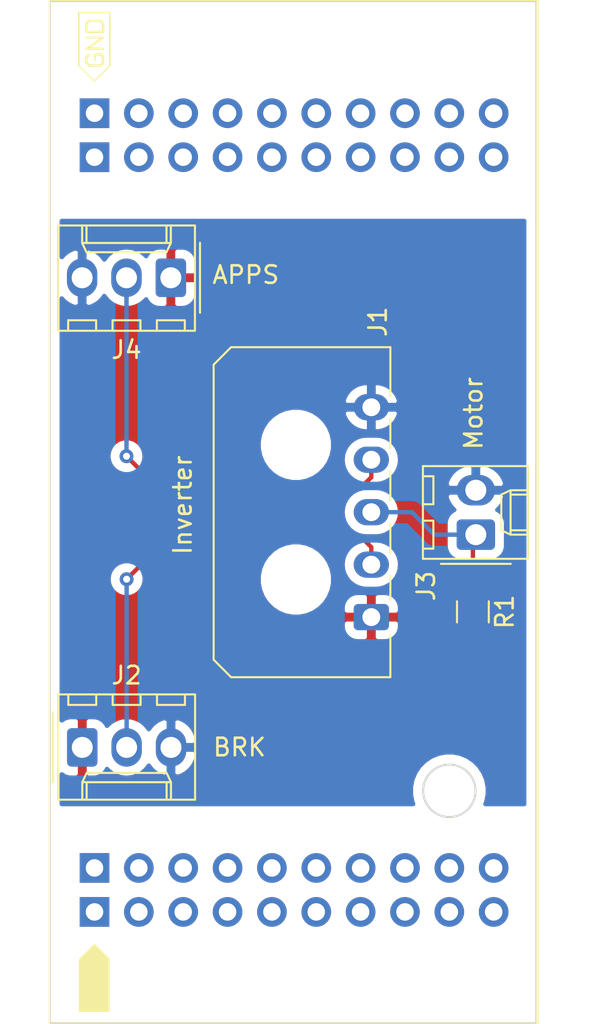
<source format=kicad_pcb>
(kicad_pcb (version 20171130) (host pcbnew "(5.1.5)-3")

  (general
    (thickness 1.6)
    (drawings 9)
    (tracks 20)
    (zones 0)
    (modules 6)
    (nets 6)
  )

  (page A4)
  (layers
    (0 F.Cu signal)
    (31 B.Cu signal)
    (32 B.Adhes user)
    (33 F.Adhes user)
    (34 B.Paste user)
    (35 F.Paste user)
    (36 B.SilkS user)
    (37 F.SilkS user)
    (38 B.Mask user)
    (39 F.Mask user)
    (40 Dwgs.User user)
    (41 Cmts.User user)
    (42 Eco1.User user)
    (43 Eco2.User user)
    (44 Edge.Cuts user)
    (45 Margin user)
    (46 B.CrtYd user)
    (47 F.CrtYd user)
    (48 B.Fab user)
    (49 F.Fab user)
  )

  (setup
    (last_trace_width 0.25)
    (trace_clearance 0.2)
    (zone_clearance 0.508)
    (zone_45_only no)
    (trace_min 0.2)
    (via_size 0.8)
    (via_drill 0.4)
    (via_min_size 0.4)
    (via_min_drill 0.3)
    (uvia_size 0.3)
    (uvia_drill 0.1)
    (uvias_allowed no)
    (uvia_min_size 0.2)
    (uvia_min_drill 0.1)
    (edge_width 0.05)
    (segment_width 0.2)
    (pcb_text_width 0.3)
    (pcb_text_size 1.5 1.5)
    (mod_edge_width 0.12)
    (mod_text_size 1 1)
    (mod_text_width 0.15)
    (pad_size 1.524 1.524)
    (pad_drill 0.762)
    (pad_to_mask_clearance 0.051)
    (solder_mask_min_width 0.25)
    (aux_axis_origin 0 0)
    (visible_elements 7FFFFFFF)
    (pcbplotparams
      (layerselection 0x010fc_ffffffff)
      (usegerberextensions false)
      (usegerberattributes false)
      (usegerberadvancedattributes false)
      (creategerberjobfile false)
      (excludeedgelayer true)
      (linewidth 0.100000)
      (plotframeref false)
      (viasonmask false)
      (mode 1)
      (useauxorigin false)
      (hpglpennumber 1)
      (hpglpenspeed 20)
      (hpglpendiameter 15.000000)
      (psnegative false)
      (psa4output false)
      (plotreference true)
      (plotvalue true)
      (plotinvisibletext false)
      (padsonsilk false)
      (subtractmaskfromsilk false)
      (outputformat 1)
      (mirror false)
      (drillshape 0)
      (scaleselection 1)
      (outputdirectory "Gerber Files/"))
  )

  (net 0 "")
  (net 1 +5V)
  (net 2 BRK)
  (net 3 Therm+)
  (net 4 APPS)
  (net 5 GNDA)

  (net_class Default "This is the default net class."
    (clearance 0.2)
    (trace_width 0.25)
    (via_dia 0.8)
    (via_drill 0.4)
    (uvia_dia 0.3)
    (uvia_drill 0.1)
    (add_net +5V)
    (add_net APPS)
    (add_net BRK)
    (add_net GNDA)
    (add_net Therm+)
  )

  (module Connector_Molex:Molex_KK-254_AE-6410-03A_1x03_P2.54mm_Vertical (layer F.Cu) (tedit 5B78013E) (tstamp 5F3B8F1A)
    (at 137.10412 87.19058 180)
    (descr "Molex KK-254 Interconnect System, old/engineering part number: AE-6410-03A example for new part number: 22-27-2031, 3 Pins (http://www.molex.com/pdm_docs/sd/022272021_sd.pdf), generated with kicad-footprint-generator")
    (tags "connector Molex KK-254 side entry")
    (path /5F3BA91F)
    (fp_text reference J4 (at 2.54 -4.12) (layer F.SilkS)
      (effects (font (size 1 1) (thickness 0.15)))
    )
    (fp_text value "Accelerator Sensor" (at 2.54 4.08) (layer F.Fab)
      (effects (font (size 1 1) (thickness 0.15)))
    )
    (fp_text user %R (at 2.54 -2.22) (layer F.Fab)
      (effects (font (size 1 1) (thickness 0.15)))
    )
    (fp_line (start 6.85 -3.42) (end -1.77 -3.42) (layer F.CrtYd) (width 0.05))
    (fp_line (start 6.85 3.38) (end 6.85 -3.42) (layer F.CrtYd) (width 0.05))
    (fp_line (start -1.77 3.38) (end 6.85 3.38) (layer F.CrtYd) (width 0.05))
    (fp_line (start -1.77 -3.42) (end -1.77 3.38) (layer F.CrtYd) (width 0.05))
    (fp_line (start 5.88 -2.43) (end 5.88 -3.03) (layer F.SilkS) (width 0.12))
    (fp_line (start 4.28 -2.43) (end 5.88 -2.43) (layer F.SilkS) (width 0.12))
    (fp_line (start 4.28 -3.03) (end 4.28 -2.43) (layer F.SilkS) (width 0.12))
    (fp_line (start 3.34 -2.43) (end 3.34 -3.03) (layer F.SilkS) (width 0.12))
    (fp_line (start 1.74 -2.43) (end 3.34 -2.43) (layer F.SilkS) (width 0.12))
    (fp_line (start 1.74 -3.03) (end 1.74 -2.43) (layer F.SilkS) (width 0.12))
    (fp_line (start 0.8 -2.43) (end 0.8 -3.03) (layer F.SilkS) (width 0.12))
    (fp_line (start -0.8 -2.43) (end 0.8 -2.43) (layer F.SilkS) (width 0.12))
    (fp_line (start -0.8 -3.03) (end -0.8 -2.43) (layer F.SilkS) (width 0.12))
    (fp_line (start 4.83 2.99) (end 4.83 1.99) (layer F.SilkS) (width 0.12))
    (fp_line (start 0.25 2.99) (end 0.25 1.99) (layer F.SilkS) (width 0.12))
    (fp_line (start 4.83 1.46) (end 5.08 1.99) (layer F.SilkS) (width 0.12))
    (fp_line (start 0.25 1.46) (end 4.83 1.46) (layer F.SilkS) (width 0.12))
    (fp_line (start 0 1.99) (end 0.25 1.46) (layer F.SilkS) (width 0.12))
    (fp_line (start 5.08 1.99) (end 5.08 2.99) (layer F.SilkS) (width 0.12))
    (fp_line (start 0 1.99) (end 5.08 1.99) (layer F.SilkS) (width 0.12))
    (fp_line (start 0 2.99) (end 0 1.99) (layer F.SilkS) (width 0.12))
    (fp_line (start -0.562893 0) (end -1.27 0.5) (layer F.Fab) (width 0.1))
    (fp_line (start -1.27 -0.5) (end -0.562893 0) (layer F.Fab) (width 0.1))
    (fp_line (start -1.67 -2) (end -1.67 2) (layer F.SilkS) (width 0.12))
    (fp_line (start 6.46 -3.03) (end -1.38 -3.03) (layer F.SilkS) (width 0.12))
    (fp_line (start 6.46 2.99) (end 6.46 -3.03) (layer F.SilkS) (width 0.12))
    (fp_line (start -1.38 2.99) (end 6.46 2.99) (layer F.SilkS) (width 0.12))
    (fp_line (start -1.38 -3.03) (end -1.38 2.99) (layer F.SilkS) (width 0.12))
    (fp_line (start 6.35 -2.92) (end -1.27 -2.92) (layer F.Fab) (width 0.1))
    (fp_line (start 6.35 2.88) (end 6.35 -2.92) (layer F.Fab) (width 0.1))
    (fp_line (start -1.27 2.88) (end 6.35 2.88) (layer F.Fab) (width 0.1))
    (fp_line (start -1.27 -2.92) (end -1.27 2.88) (layer F.Fab) (width 0.1))
    (pad 3 thru_hole oval (at 5.08 0 180) (size 1.74 2.2) (drill 1.2) (layers *.Cu *.Mask)
      (net 5 GNDA))
    (pad 2 thru_hole oval (at 2.54 0 180) (size 1.74 2.2) (drill 1.2) (layers *.Cu *.Mask)
      (net 4 APPS))
    (pad 1 thru_hole roundrect (at 0 0 180) (size 1.74 2.2) (drill 1.2) (layers *.Cu *.Mask) (roundrect_rratio 0.143678)
      (net 1 +5V))
    (model ${KISYS3DMOD}/Connector_Molex.3dshapes/Molex_KK-254_AE-6410-03A_1x03_P2.54mm_Vertical.wrl
      (at (xyz 0 0 0))
      (scale (xyz 1 1 1))
      (rotate (xyz 0 0 0))
    )
    (model "${KIPRJMOD}/3D models/022012031.stp"
      (offset (xyz 2.5 3.5 3.2))
      (scale (xyz 1 1 1))
      (rotate (xyz 0 180 180))
    )
  )

  (module Connector_Molex:Molex_KK-254_AE-6410-02A_1x02_P2.54mm_Vertical (layer F.Cu) (tedit 5B78013E) (tstamp 5F3B8EFC)
    (at 154.56916 101.8794 90)
    (descr "Molex KK-254 Interconnect System, old/engineering part number: AE-6410-02A example for new part number: 22-27-2021, 2 Pins (http://www.molex.com/pdm_docs/sd/022272021_sd.pdf), generated with kicad-footprint-generator")
    (tags "connector Molex KK-254 side entry")
    (path /5F3B0CED)
    (fp_text reference J3 (at -2.93624 -2.85242 90) (layer F.SilkS)
      (effects (font (size 1 1) (thickness 0.15)))
    )
    (fp_text value Motor (at 1.27 4.08 90) (layer F.Fab)
      (effects (font (size 1 1) (thickness 0.15)))
    )
    (fp_text user %R (at 1.27 -2.22 90) (layer F.Fab)
      (effects (font (size 1 1) (thickness 0.15)))
    )
    (fp_line (start 4.31 -3.42) (end -1.77 -3.42) (layer F.CrtYd) (width 0.05))
    (fp_line (start 4.31 3.38) (end 4.31 -3.42) (layer F.CrtYd) (width 0.05))
    (fp_line (start -1.77 3.38) (end 4.31 3.38) (layer F.CrtYd) (width 0.05))
    (fp_line (start -1.77 -3.42) (end -1.77 3.38) (layer F.CrtYd) (width 0.05))
    (fp_line (start 3.34 -2.43) (end 3.34 -3.03) (layer F.SilkS) (width 0.12))
    (fp_line (start 1.74 -2.43) (end 3.34 -2.43) (layer F.SilkS) (width 0.12))
    (fp_line (start 1.74 -3.03) (end 1.74 -2.43) (layer F.SilkS) (width 0.12))
    (fp_line (start 0.8 -2.43) (end 0.8 -3.03) (layer F.SilkS) (width 0.12))
    (fp_line (start -0.8 -2.43) (end 0.8 -2.43) (layer F.SilkS) (width 0.12))
    (fp_line (start -0.8 -3.03) (end -0.8 -2.43) (layer F.SilkS) (width 0.12))
    (fp_line (start 2.29 2.99) (end 2.29 1.99) (layer F.SilkS) (width 0.12))
    (fp_line (start 0.25 2.99) (end 0.25 1.99) (layer F.SilkS) (width 0.12))
    (fp_line (start 2.29 1.46) (end 2.54 1.99) (layer F.SilkS) (width 0.12))
    (fp_line (start 0.25 1.46) (end 2.29 1.46) (layer F.SilkS) (width 0.12))
    (fp_line (start 0 1.99) (end 0.25 1.46) (layer F.SilkS) (width 0.12))
    (fp_line (start 2.54 1.99) (end 2.54 2.99) (layer F.SilkS) (width 0.12))
    (fp_line (start 0 1.99) (end 2.54 1.99) (layer F.SilkS) (width 0.12))
    (fp_line (start 0 2.99) (end 0 1.99) (layer F.SilkS) (width 0.12))
    (fp_line (start -0.562893 0) (end -1.27 0.5) (layer F.Fab) (width 0.1))
    (fp_line (start -1.27 -0.5) (end -0.562893 0) (layer F.Fab) (width 0.1))
    (fp_line (start -1.67 -2) (end -1.67 2) (layer F.SilkS) (width 0.12))
    (fp_line (start 3.92 -3.03) (end -1.38 -3.03) (layer F.SilkS) (width 0.12))
    (fp_line (start 3.92 2.99) (end 3.92 -3.03) (layer F.SilkS) (width 0.12))
    (fp_line (start -1.38 2.99) (end 3.92 2.99) (layer F.SilkS) (width 0.12))
    (fp_line (start -1.38 -3.03) (end -1.38 2.99) (layer F.SilkS) (width 0.12))
    (fp_line (start 3.81 -2.92) (end -1.27 -2.92) (layer F.Fab) (width 0.1))
    (fp_line (start 3.81 2.88) (end 3.81 -2.92) (layer F.Fab) (width 0.1))
    (fp_line (start -1.27 2.88) (end 3.81 2.88) (layer F.Fab) (width 0.1))
    (fp_line (start -1.27 -2.92) (end -1.27 2.88) (layer F.Fab) (width 0.1))
    (pad 2 thru_hole oval (at 2.54 0 90) (size 1.74 2.2) (drill 1.2) (layers *.Cu *.Mask)
      (net 5 GNDA))
    (pad 1 thru_hole roundrect (at 0 0 90) (size 1.74 2.2) (drill 1.2) (layers *.Cu *.Mask) (roundrect_rratio 0.143678)
      (net 3 Therm+))
    (model ${KISYS3DMOD}/Connector_Molex.3dshapes/Molex_KK-254_AE-6410-02A_1x02_P2.54mm_Vertical.wrl
      (at (xyz 0 0 0))
      (scale (xyz 1 1 1))
      (rotate (xyz 0 0 0))
    )
    (model "${KIPRJMOD}/3D models/022012021.stp"
      (offset (xyz 1.2 3.5 3.2))
      (scale (xyz 1 1 1))
      (rotate (xyz 0 180 180))
    )
  )

  (module Connector_Molex:Molex_KK-254_AE-6410-03A_1x03_P2.54mm_Vertical (layer F.Cu) (tedit 5B78013E) (tstamp 5F3B8EE0)
    (at 132.03174 114.04346)
    (descr "Molex KK-254 Interconnect System, old/engineering part number: AE-6410-03A example for new part number: 22-27-2031, 3 Pins (http://www.molex.com/pdm_docs/sd/022272021_sd.pdf), generated with kicad-footprint-generator")
    (tags "connector Molex KK-254 side entry")
    (path /5F3AFA05)
    (fp_text reference J2 (at 2.54 -4.12) (layer F.SilkS)
      (effects (font (size 1 1) (thickness 0.15)))
    )
    (fp_text value "Brake Sensor" (at 2.54 4.08) (layer F.Fab)
      (effects (font (size 1 1) (thickness 0.15)))
    )
    (fp_text user %R (at 2.54 -2.22) (layer F.Fab)
      (effects (font (size 1 1) (thickness 0.15)))
    )
    (fp_line (start 6.85 -3.42) (end -1.77 -3.42) (layer F.CrtYd) (width 0.05))
    (fp_line (start 6.85 3.38) (end 6.85 -3.42) (layer F.CrtYd) (width 0.05))
    (fp_line (start -1.77 3.38) (end 6.85 3.38) (layer F.CrtYd) (width 0.05))
    (fp_line (start -1.77 -3.42) (end -1.77 3.38) (layer F.CrtYd) (width 0.05))
    (fp_line (start 5.88 -2.43) (end 5.88 -3.03) (layer F.SilkS) (width 0.12))
    (fp_line (start 4.28 -2.43) (end 5.88 -2.43) (layer F.SilkS) (width 0.12))
    (fp_line (start 4.28 -3.03) (end 4.28 -2.43) (layer F.SilkS) (width 0.12))
    (fp_line (start 3.34 -2.43) (end 3.34 -3.03) (layer F.SilkS) (width 0.12))
    (fp_line (start 1.74 -2.43) (end 3.34 -2.43) (layer F.SilkS) (width 0.12))
    (fp_line (start 1.74 -3.03) (end 1.74 -2.43) (layer F.SilkS) (width 0.12))
    (fp_line (start 0.8 -2.43) (end 0.8 -3.03) (layer F.SilkS) (width 0.12))
    (fp_line (start -0.8 -2.43) (end 0.8 -2.43) (layer F.SilkS) (width 0.12))
    (fp_line (start -0.8 -3.03) (end -0.8 -2.43) (layer F.SilkS) (width 0.12))
    (fp_line (start 4.83 2.99) (end 4.83 1.99) (layer F.SilkS) (width 0.12))
    (fp_line (start 0.25 2.99) (end 0.25 1.99) (layer F.SilkS) (width 0.12))
    (fp_line (start 4.83 1.46) (end 5.08 1.99) (layer F.SilkS) (width 0.12))
    (fp_line (start 0.25 1.46) (end 4.83 1.46) (layer F.SilkS) (width 0.12))
    (fp_line (start 0 1.99) (end 0.25 1.46) (layer F.SilkS) (width 0.12))
    (fp_line (start 5.08 1.99) (end 5.08 2.99) (layer F.SilkS) (width 0.12))
    (fp_line (start 0 1.99) (end 5.08 1.99) (layer F.SilkS) (width 0.12))
    (fp_line (start 0 2.99) (end 0 1.99) (layer F.SilkS) (width 0.12))
    (fp_line (start -0.562893 0) (end -1.27 0.5) (layer F.Fab) (width 0.1))
    (fp_line (start -1.27 -0.5) (end -0.562893 0) (layer F.Fab) (width 0.1))
    (fp_line (start -1.67 -2) (end -1.67 2) (layer F.SilkS) (width 0.12))
    (fp_line (start 6.46 -3.03) (end -1.38 -3.03) (layer F.SilkS) (width 0.12))
    (fp_line (start 6.46 2.99) (end 6.46 -3.03) (layer F.SilkS) (width 0.12))
    (fp_line (start -1.38 2.99) (end 6.46 2.99) (layer F.SilkS) (width 0.12))
    (fp_line (start -1.38 -3.03) (end -1.38 2.99) (layer F.SilkS) (width 0.12))
    (fp_line (start 6.35 -2.92) (end -1.27 -2.92) (layer F.Fab) (width 0.1))
    (fp_line (start 6.35 2.88) (end 6.35 -2.92) (layer F.Fab) (width 0.1))
    (fp_line (start -1.27 2.88) (end 6.35 2.88) (layer F.Fab) (width 0.1))
    (fp_line (start -1.27 -2.92) (end -1.27 2.88) (layer F.Fab) (width 0.1))
    (pad 3 thru_hole oval (at 5.08 0) (size 1.74 2.2) (drill 1.2) (layers *.Cu *.Mask)
      (net 5 GNDA))
    (pad 2 thru_hole oval (at 2.54 0) (size 1.74 2.2) (drill 1.2) (layers *.Cu *.Mask)
      (net 2 BRK))
    (pad 1 thru_hole roundrect (at 0 0) (size 1.74 2.2) (drill 1.2) (layers *.Cu *.Mask) (roundrect_rratio 0.143678)
      (net 1 +5V))
    (model ${KISYS3DMOD}/Connector_Molex.3dshapes/Molex_KK-254_AE-6410-03A_1x03_P2.54mm_Vertical.wrl
      (at (xyz 0 0 0))
      (scale (xyz 1 1 1))
      (rotate (xyz 0 0 0))
    )
    (model "${KIPRJMOD}/3D models/022012031.stp"
      (offset (xyz 2.5 3.5 3.2))
      (scale (xyz 1 1 1))
      (rotate (xyz 0 180 180))
    )
  )

  (module Connector_Molex:Molex_Micro-Fit_3.0_43650-0500_1x05_P3.00mm_Horizontal (layer F.Cu) (tedit 5B79A392) (tstamp 5F3B8EC2)
    (at 148.58492 106.59364 90)
    (descr "Molex Micro-Fit 3.0 Connector System, 43650-0500 (compatible alternatives: 43650-0501, 43650-0502), 5 Pins per row (https://www.molex.com/pdm_docs/sd/436500300_sd.pdf), generated with kicad-footprint-generator")
    (tags "connector Molex Micro-Fit_3.0 top entry")
    (path /5F3B1B6C)
    (fp_text reference J1 (at 16.88846 0.3683 90) (layer F.SilkS)
      (effects (font (size 1 1) (thickness 0.15)))
    )
    (fp_text value Inverter (at 6 3.22 90) (layer F.Fab)
      (effects (font (size 1 1) (thickness 0.15)))
    )
    (fp_line (start -3.325 0.98) (end -3.325 -7.92) (layer F.Fab) (width 0.1))
    (fp_line (start -3.325 -7.92) (end -2.325 -8.92) (layer F.Fab) (width 0.1))
    (fp_line (start -2.325 -8.92) (end 14.325 -8.92) (layer F.Fab) (width 0.1))
    (fp_line (start 14.325 -8.92) (end 15.325 -7.92) (layer F.Fab) (width 0.1))
    (fp_line (start 15.325 -7.92) (end 15.325 0.98) (layer F.Fab) (width 0.1))
    (fp_line (start 15.325 0.98) (end -3.325 0.98) (layer F.Fab) (width 0.1))
    (fp_line (start -0.75 0.98) (end 0 0) (layer F.Fab) (width 0.1))
    (fp_line (start 0 0) (end 0.75 0.98) (layer F.Fab) (width 0.1))
    (fp_line (start -3.435 1.09) (end -3.435 -8.03) (layer F.SilkS) (width 0.12))
    (fp_line (start -3.435 -8.03) (end -2.435 -9.03) (layer F.SilkS) (width 0.12))
    (fp_line (start -2.435 -9.03) (end 14.435 -9.03) (layer F.SilkS) (width 0.12))
    (fp_line (start 14.435 -9.03) (end 15.435 -8.03) (layer F.SilkS) (width 0.12))
    (fp_line (start 15.435 -8.03) (end 15.435 1.09) (layer F.SilkS) (width 0.12))
    (fp_line (start -3.435 1.09) (end -1.01 1.09) (layer F.SilkS) (width 0.12))
    (fp_line (start 15.435 1.09) (end 12.651767 1.09) (layer F.SilkS) (width 0.12))
    (fp_line (start 1.01 1.09) (end 2.348233 1.09) (layer F.SilkS) (width 0.12))
    (fp_line (start 3.651767 1.09) (end 5.348233 1.09) (layer F.SilkS) (width 0.12))
    (fp_line (start 6.651767 1.09) (end 8.348233 1.09) (layer F.SilkS) (width 0.12))
    (fp_line (start 9.651767 1.09) (end 11.348233 1.09) (layer F.SilkS) (width 0.12))
    (fp_line (start -3.82 1.48) (end -3.82 -9.42) (layer F.CrtYd) (width 0.05))
    (fp_line (start -3.82 -9.42) (end 15.82 -9.42) (layer F.CrtYd) (width 0.05))
    (fp_line (start 15.82 -9.42) (end 15.82 1.48) (layer F.CrtYd) (width 0.05))
    (fp_line (start 15.82 1.48) (end -3.82 1.48) (layer F.CrtYd) (width 0.05))
    (fp_text user %R (at 6 -8.22 90) (layer F.Fab)
      (effects (font (size 1 1) (thickness 0.15)))
    )
    (pad "" np_thru_hole circle (at 2.15 -4.32 90) (size 3 3) (drill 3) (layers *.Cu *.Mask))
    (pad "" np_thru_hole circle (at 9.85 -4.32 90) (size 3 3) (drill 3) (layers *.Cu *.Mask))
    (pad 1 thru_hole roundrect (at 0 0 90) (size 1.5 2.02) (drill 1.02) (layers *.Cu *.Mask) (roundrect_rratio 0.166667)
      (net 1 +5V))
    (pad 2 thru_hole oval (at 3 0 90) (size 1.5 2.02) (drill 1.02) (layers *.Cu *.Mask)
      (net 2 BRK))
    (pad 3 thru_hole oval (at 6 0 90) (size 1.5 2.02) (drill 1.02) (layers *.Cu *.Mask)
      (net 3 Therm+))
    (pad 4 thru_hole oval (at 9 0 90) (size 1.5 2.02) (drill 1.02) (layers *.Cu *.Mask)
      (net 4 APPS))
    (pad 5 thru_hole oval (at 12 0 90) (size 1.5 2.02) (drill 1.02) (layers *.Cu *.Mask)
      (net 5 GNDA))
    (model ${KISYS3DMOD}/Connector_Molex.3dshapes/Molex_Micro-Fit_3.0_43650-0500_1x05_P3.00mm_Horizontal.wrl
      (at (xyz 0 0 0))
      (scale (xyz 1 1 1))
      (rotate (xyz 0 0 0))
    )
    (model "${KIPRJMOD}/3D models/436500500.stp"
      (offset (xyz 6 4 2.5))
      (scale (xyz 1 1 1))
      (rotate (xyz -90 0 180))
    )
    (model "${KIPRJMOD}/3D models/436450500.stp"
      (offset (xyz 6 13 2.5))
      (scale (xyz 1 1 1))
      (rotate (xyz 0 0 0))
    )
  )

  (module Resistor_SMD:R_1206_3216Metric (layer F.Cu) (tedit 5B301BBD) (tstamp 5F3B8F2B)
    (at 154.40152 106.29392 270)
    (descr "Resistor SMD 1206 (3216 Metric), square (rectangular) end terminal, IPC_7351 nominal, (Body size source: http://www.tortai-tech.com/upload/download/2011102023233369053.pdf), generated with kicad-footprint-generator")
    (tags resistor)
    (path /5F3AF578)
    (attr smd)
    (fp_text reference R1 (at 0 -1.82 90) (layer F.SilkS)
      (effects (font (size 1 1) (thickness 0.15)))
    )
    (fp_text value 330k (at 0 1.82 90) (layer F.Fab)
      (effects (font (size 1 1) (thickness 0.15)))
    )
    (fp_line (start -1.6 0.8) (end -1.6 -0.8) (layer F.Fab) (width 0.1))
    (fp_line (start -1.6 -0.8) (end 1.6 -0.8) (layer F.Fab) (width 0.1))
    (fp_line (start 1.6 -0.8) (end 1.6 0.8) (layer F.Fab) (width 0.1))
    (fp_line (start 1.6 0.8) (end -1.6 0.8) (layer F.Fab) (width 0.1))
    (fp_line (start -0.602064 -0.91) (end 0.602064 -0.91) (layer F.SilkS) (width 0.12))
    (fp_line (start -0.602064 0.91) (end 0.602064 0.91) (layer F.SilkS) (width 0.12))
    (fp_line (start -2.28 1.12) (end -2.28 -1.12) (layer F.CrtYd) (width 0.05))
    (fp_line (start -2.28 -1.12) (end 2.28 -1.12) (layer F.CrtYd) (width 0.05))
    (fp_line (start 2.28 -1.12) (end 2.28 1.12) (layer F.CrtYd) (width 0.05))
    (fp_line (start 2.28 1.12) (end -2.28 1.12) (layer F.CrtYd) (width 0.05))
    (fp_text user %R (at 0 0 90) (layer F.Fab)
      (effects (font (size 0.8 0.8) (thickness 0.12)))
    )
    (pad 1 smd roundrect (at -1.4 0 270) (size 1.25 1.75) (layers F.Cu F.Paste F.Mask) (roundrect_rratio 0.2)
      (net 3 Therm+))
    (pad 2 smd roundrect (at 1.4 0 270) (size 1.25 1.75) (layers F.Cu F.Paste F.Mask) (roundrect_rratio 0.2)
      (net 1 +5V))
    (model ${KISYS3DMOD}/Resistor_SMD.3dshapes/R_1206_3216Metric.wrl
      (at (xyz 0 0 0))
      (scale (xyz 1 1 1))
      (rotate (xyz 0 0 0))
    )
  )

  (module C2000BoosterPack_Shield:C2000BoosterPack_Shield (layer F.Cu) (tedit 5F3B1D88) (tstamp 5F3B8F72)
    (at 143.260121 101.517761)
    (path /5F3B220A)
    (fp_text reference U1 (at -2.9591 -0.18796) (layer F.SilkS) hide
      (effects (font (size 1.524 1.524) (thickness 0.3)))
    )
    (fp_text value C2000BoosterPack_Shield (at 3.3655 0.01016) (layer F.SilkS) hide
      (effects (font (size 1.524 1.524) (thickness 0.3)))
    )
    (fp_line (start -11.7983 -19.9517) (end -11.7983 -21.8567) (layer F.Fab) (width 0.1))
    (fp_line (start 13.6017 -22.4917) (end 13.6017 -19.9517) (layer F.Fab) (width 0.1))
    (fp_line (start 13.6017 -19.9517) (end -11.7983 -19.9517) (layer F.Fab) (width 0.1))
    (fp_line (start -11.7983 -24.3713) (end -11.1633 -25.0063) (layer F.Fab) (width 0.1))
    (fp_line (start -11.7983 -21.7805) (end -11.7983 -24.3713) (layer F.Fab) (width 0.1))
    (fp_line (start -11.1633 -25.0063) (end 13.6017 -25.0063) (layer F.Fab) (width 0.1))
    (fp_line (start 13.6017 -25.0063) (end 13.6017 -22.4663) (layer F.Fab) (width 0.1))
    (fp_text user %R (at 0.9017 -21.2217 180) (layer F.Fab)
      (effects (font (size 1 1) (thickness 0.15)))
    )
    (fp_text user %R (at 0.9017 -23.7363 180) (layer F.Fab)
      (effects (font (size 1 1) (thickness 0.15)))
    )
    (fp_line (start -11.7983 23.2029) (end -11.7983 21.2979) (layer F.Fab) (width 0.1))
    (fp_line (start 13.6017 20.6629) (end 13.6017 23.2029) (layer F.Fab) (width 0.1))
    (fp_line (start 13.6017 23.2029) (end -11.7983 23.2029) (layer F.Fab) (width 0.1))
    (fp_line (start -11.7983 18.7833) (end -11.1633 18.1483) (layer F.Fab) (width 0.1))
    (fp_line (start -11.7983 21.3741) (end -11.7983 18.7833) (layer F.Fab) (width 0.1))
    (fp_line (start -11.1633 18.1483) (end 13.6017 18.1483) (layer F.Fab) (width 0.1))
    (fp_line (start 13.6017 18.1483) (end 13.6017 20.6883) (layer F.Fab) (width 0.1))
    (fp_text user %R (at 0.9017 21.9329 180) (layer F.Fab)
      (effects (font (size 1 1) (thickness 0.15)))
    )
    (fp_text user %R (at 0.9017 19.4183 180) (layer F.Fab)
      (effects (font (size 1 1) (thickness 0.15)))
    )
    (fp_poly (pts (xy -9.61248 -26.438216) (xy -10.064133 -25.987032) (xy -10.185381 -25.866783) (xy -10.296134 -25.758605)
      (xy -10.391687 -25.666961) (xy -10.467333 -25.596315) (xy -10.518366 -25.551129) (xy -10.539868 -25.535848)
      (xy -10.562659 -25.552237) (xy -10.614575 -25.598427) (xy -10.690915 -25.66995) (xy -10.786977 -25.762337)
      (xy -10.898059 -25.87112) (xy -11.015134 -25.987501) (xy -11.466319 -26.439155) (xy -11.466319 -29.460208)
      (xy -11.394091 -29.460208) (xy -11.394091 -26.465886) (xy -10.979683 -26.049019) (xy -10.863786 -25.933412)
      (xy -10.758365 -25.830117) (xy -10.668343 -25.743805) (xy -10.598642 -25.67915) (xy -10.554183 -25.640822)
      (xy -10.54055 -25.632151) (xy -10.51732 -25.648502) (xy -10.465189 -25.694448) (xy -10.389098 -25.765332)
      (xy -10.293988 -25.856496) (xy -10.1848 -25.963282) (xy -10.100266 -26.047201) (xy -9.684707 -26.462251)
      (xy -9.684707 -29.460208) (xy -11.394091 -29.460208) (xy -11.466319 -29.460208) (xy -11.466319 -29.532435)
      (xy -9.61248 -29.532435) (xy -9.61248 -26.438216)) (layer F.SilkS) (width 0.01))
    (fp_poly (pts (xy -10.249148 -27.15496) (xy -10.188568 -27.147781) (xy -10.144271 -27.129208) (xy -10.100323 -27.093833)
      (xy -10.068615 -27.063388) (xy -9.973617 -26.970625) (xy -9.973617 -26.775753) (xy -9.974455 -26.678622)
      (xy -9.980001 -26.615393) (xy -9.994804 -26.57182) (xy -10.023413 -26.533654) (xy -10.063902 -26.492952)
      (xy -10.154186 -26.405023) (xy -10.498589 -26.397781) (xy -10.842992 -26.39054) (xy -10.950011 -26.491711)
      (xy -11.057029 -26.592882) (xy -11.05624 -26.780621) (xy -11.05545 -26.96836) (xy -10.947184 -27.060946)
      (xy -10.879528 -27.111642) (xy -10.825807 -27.138488) (xy -10.803518 -27.139948) (xy -10.774085 -27.118846)
      (xy -10.775899 -27.084991) (xy -10.811108 -27.031514) (xy -10.852385 -26.983568) (xy -10.904838 -26.918109)
      (xy -10.929733 -26.859396) (xy -10.936588 -26.783452) (xy -10.93665 -26.77132) (xy -10.931349 -26.690186)
      (xy -10.910137 -26.634891) (xy -10.869124 -26.587651) (xy -10.839179 -26.560799) (xy -10.809193 -26.54264)
      (xy -10.769479 -26.531475) (xy -10.710348 -26.525605) (xy -10.622113 -26.523332) (xy -10.500146 -26.522957)
      (xy -10.373985 -26.523497) (xy -10.286651 -26.526095) (xy -10.228822 -26.53222) (xy -10.191176 -26.54334)
      (xy -10.164392 -26.560922) (xy -10.146345 -26.578679) (xy -10.115021 -26.622996) (xy -10.09898 -26.680806)
      (xy -10.094041 -26.768279) (xy -10.093996 -26.781184) (xy -10.096249 -26.865472) (xy -10.107063 -26.91861)
      (xy -10.132518 -26.957534) (xy -10.169524 -26.991518) (xy -10.237312 -27.036057) (xy -10.309401 -27.049153)
      (xy -10.344074 -27.047829) (xy -10.443096 -27.040587) (xy -10.450295 -26.888905) (xy -10.458739 -26.795471)
      (xy -10.474425 -26.742228) (xy -10.494858 -26.722885) (xy -10.538086 -26.727439) (xy -10.553498 -26.74215)
      (xy -10.566086 -26.78565) (xy -10.573183 -26.857677) (xy -10.574999 -26.943496) (xy -10.571741 -27.028374)
      (xy -10.563616 -27.097574) (xy -10.550834 -27.136363) (xy -10.547893 -27.139081) (xy -10.51156 -27.147415)
      (xy -10.441497 -27.153494) (xy -10.352115 -27.156124) (xy -10.341943 -27.156151) (xy -10.249148 -27.15496)) (layer F.SilkS) (width 0.01))
    (fp_poly (pts (xy -10.156235 -28.114438) (xy -10.052224 -28.107258) (xy -9.99311 -28.091471) (xy -9.977809 -28.064283)
      (xy -10.005235 -28.022897) (xy -10.074303 -27.964519) (xy -10.18393 -27.886354) (xy -10.333029 -27.785606)
      (xy -10.366951 -27.762862) (xy -10.761913 -27.498028) (xy -10.373784 -27.48599) (xy -10.2292 -27.481272)
      (xy -10.125693 -27.476721) (xy -10.056204 -27.471155) (xy -10.013679 -27.463395) (xy -9.99106 -27.452261)
      (xy -9.981291 -27.436571) (xy -9.977962 -27.419781) (xy -9.970268 -27.365611) (xy -10.502367 -27.365611)
      (xy -10.678484 -27.366007) (xy -10.812261 -27.367457) (xy -10.909505 -27.370357) (xy -10.976021 -27.375102)
      (xy -11.017616 -27.382086) (xy -11.040098 -27.391704) (xy -11.048721 -27.402763) (xy -11.05655 -27.439441)
      (xy -11.053985 -27.448339) (xy -11.032139 -27.463662) (xy -10.976338 -27.501581) (xy -10.89269 -27.55798)
      (xy -10.787303 -27.628743) (xy -10.666285 -27.709755) (xy -10.635702 -27.730192) (xy -10.226413 -28.00362)
      (xy -10.623083 -28.010262) (xy -10.791025 -28.014551) (xy -10.914626 -28.021466) (xy -10.997654 -28.031688)
      (xy -11.043881 -28.0459) (xy -11.057077 -28.064784) (xy -11.043788 -28.086378) (xy -11.0139 -28.09327)
      (xy -10.943228 -28.099802) (xy -10.839138 -28.105595) (xy -10.708997 -28.110271) (xy -10.560172 -28.113451)
      (xy -10.503285 -28.114158) (xy -10.306227 -28.115806) (xy -10.156235 -28.114438)) (layer F.SilkS) (width 0.01))
    (fp_poly (pts (xy -9.973617 -28.896692) (xy -9.973617 -28.328644) (xy -10.499273 -28.328644) (xy -10.653729 -28.329349)
      (xy -10.79171 -28.331321) (xy -10.906035 -28.334348) (xy -10.989523 -28.338217) (xy -11.034991 -28.342715)
      (xy -11.040979 -28.344695) (xy -11.047433 -28.373905) (xy -11.052648 -28.440816) (xy -11.056033 -28.53498)
      (xy -11.057029 -28.628718) (xy -11.057029 -28.643482) (xy -10.93665 -28.643482) (xy -10.93665 -28.449023)
      (xy -10.093996 -28.449023) (xy -10.093996 -28.649163) (xy -10.095135 -28.749137) (xy -10.100778 -28.814079)
      (xy -10.114267 -28.857095) (xy -10.138944 -28.891291) (xy -10.161522 -28.913997) (xy -10.192456 -28.941572)
      (xy -10.22354 -28.959938) (xy -10.264908 -28.970965) (xy -10.326694 -28.976519) (xy -10.419034 -28.97847)
      (xy -10.512474 -28.978691) (xy -10.633315 -28.978306) (xy -10.716149 -28.975806) (xy -10.771119 -28.969173)
      (xy -10.808371 -28.956389) (xy -10.838047 -28.935437) (xy -10.866275 -28.908316) (xy -10.901462 -28.869772)
      (xy -10.922438 -28.832004) (xy -10.932851 -28.781282) (xy -10.93635 -28.703874) (xy -10.93665 -28.643482)
      (xy -11.057029 -28.643482) (xy -11.057029 -28.896692) (xy -10.868629 -29.08066) (xy -10.162017 -29.08066)
      (xy -9.973617 -28.896692)) (layer F.SilkS) (width 0.01))
    (fp_poly (pts (xy -10.094 24.168699) (xy -9.660631 24.601565) (xy -9.660631 27.647659) (xy -11.418167 27.647659)
      (xy -11.418167 24.625655) (xy -10.972767 24.180743) (xy -10.527368 23.735832) (xy -10.094 24.168699)) (layer F.SilkS) (width 0.01))
    (fp_line (start -13.0937 -30.1498) (end -13.0937 28.2956) (layer F.SilkS) (width 0.12))
    (fp_line (start 14.8463 -30.1498) (end 14.8463 28.2956) (layer F.SilkS) (width 0.12))
    (fp_line (start 14.8463 28.2956) (end -13.0937 28.2956) (layer F.SilkS) (width 0.12))
    (fp_line (start -13.0937 -30.1498) (end 14.8463 -30.1498) (layer F.SilkS) (width 0.12))
    (pad 106 thru_hole oval (at 12.3317 -21.2217 90) (size 1.7 1.7) (drill 1) (layers *.Cu *.Mask))
    (pad 107 thru_hole oval (at 9.7917 -21.2217 90) (size 1.7 1.7) (drill 1) (layers *.Cu *.Mask))
    (pad 113 thru_hole oval (at -5.4483 -21.2217 90) (size 1.7 1.7) (drill 1) (layers *.Cu *.Mask))
    (pad 109 thru_hole oval (at 4.7117 -21.2217 90) (size 1.7 1.7) (drill 1) (layers *.Cu *.Mask))
    (pad 112 thru_hole oval (at -2.9083 -21.2217 90) (size 1.7 1.7) (drill 1) (layers *.Cu *.Mask))
    (pad 115 thru_hole rect (at -10.5283 -21.2217 90) (size 1.7 1.7) (drill 1) (layers *.Cu *.Mask))
    (pad 110 thru_hole oval (at 2.1717 -21.2217 90) (size 1.7 1.7) (drill 1) (layers *.Cu *.Mask))
    (pad 114 thru_hole oval (at -7.9883 -21.2217 90) (size 1.7 1.7) (drill 1) (layers *.Cu *.Mask))
    (pad 111 thru_hole oval (at -0.3683 -21.2217 90) (size 1.7 1.7) (drill 1) (layers *.Cu *.Mask))
    (pad 108 thru_hole oval (at 7.2517 -21.2217 90) (size 1.7 1.7) (drill 1) (layers *.Cu *.Mask))
    (pad 96 thru_hole oval (at 12.3317 -23.7363 90) (size 1.7 1.7) (drill 1) (layers *.Cu *.Mask))
    (pad 97 thru_hole oval (at 9.7917 -23.7363 90) (size 1.7 1.7) (drill 1) (layers *.Cu *.Mask))
    (pad 103 thru_hole oval (at -5.4483 -23.7363 90) (size 1.7 1.7) (drill 1) (layers *.Cu *.Mask))
    (pad 99 thru_hole oval (at 4.7117 -23.7363 90) (size 1.7 1.7) (drill 1) (layers *.Cu *.Mask))
    (pad 102 thru_hole oval (at -2.9083 -23.7363 90) (size 1.7 1.7) (drill 1) (layers *.Cu *.Mask))
    (pad 105 thru_hole rect (at -10.5283 -23.7363 90) (size 1.7 1.7) (drill 1) (layers *.Cu *.Mask))
    (pad 100 thru_hole oval (at 2.1717 -23.7363 90) (size 1.7 1.7) (drill 1) (layers *.Cu *.Mask))
    (pad 104 thru_hole oval (at -7.9883 -23.7363 90) (size 1.7 1.7) (drill 1) (layers *.Cu *.Mask))
    (pad 101 thru_hole oval (at -0.3683 -23.7363 90) (size 1.7 1.7) (drill 1) (layers *.Cu *.Mask))
    (pad 98 thru_hole oval (at 7.2517 -23.7363 90) (size 1.7 1.7) (drill 1) (layers *.Cu *.Mask))
    (pad 22 thru_hole oval (at 12.3317 21.9329 90) (size 1.7 1.7) (drill 1) (layers *.Cu *.Mask))
    (pad 21 thru_hole oval (at 9.7917 21.9329 90) (size 1.7 1.7) (drill 1) (layers *.Cu *.Mask))
    (pad 15 thru_hole oval (at -5.4483 21.9329 90) (size 1.7 1.7) (drill 1) (layers *.Cu *.Mask))
    (pad 19 thru_hole oval (at 4.7117 21.9329 90) (size 1.7 1.7) (drill 1) (layers *.Cu *.Mask))
    (pad 16 thru_hole oval (at -2.9083 21.9329 90) (size 1.7 1.7) (drill 1) (layers *.Cu *.Mask))
    (pad 13 thru_hole rect (at -10.5283 21.9329 90) (size 1.7 1.7) (drill 1) (layers *.Cu *.Mask))
    (pad 18 thru_hole oval (at 2.1717 21.9329 90) (size 1.7 1.7) (drill 1) (layers *.Cu *.Mask))
    (pad 14 thru_hole oval (at -7.9883 21.9329 90) (size 1.7 1.7) (drill 1) (layers *.Cu *.Mask))
    (pad 17 thru_hole oval (at -0.3683 21.9329 90) (size 1.7 1.7) (drill 1) (layers *.Cu *.Mask))
    (pad 20 thru_hole oval (at 7.2517 21.9329 90) (size 1.7 1.7) (drill 1) (layers *.Cu *.Mask))
    (pad 12 thru_hole oval (at 12.3317 19.4183 90) (size 1.7 1.7) (drill 1) (layers *.Cu *.Mask))
    (pad 11 thru_hole oval (at 9.7917 19.4183 90) (size 1.7 1.7) (drill 1) (layers *.Cu *.Mask))
    (pad 5 thru_hole oval (at -5.4483 19.4183 90) (size 1.7 1.7) (drill 1) (layers *.Cu *.Mask))
    (pad 9 thru_hole oval (at 4.7117 19.4183 90) (size 1.7 1.7) (drill 1) (layers *.Cu *.Mask))
    (pad 6 thru_hole oval (at -2.9083 19.4183 90) (size 1.7 1.7) (drill 1) (layers *.Cu *.Mask))
    (pad 3 thru_hole rect (at -10.5283 19.4183 90) (size 1.7 1.7) (drill 1) (layers *.Cu *.Mask))
    (pad 8 thru_hole oval (at 2.1717 19.4183 90) (size 1.7 1.7) (drill 1) (layers *.Cu *.Mask))
    (pad 4 thru_hole oval (at -7.9883 19.4183 90) (size 1.7 1.7) (drill 1) (layers *.Cu *.Mask))
    (pad 7 thru_hole oval (at -0.3683 19.4183 90) (size 1.7 1.7) (drill 1) (layers *.Cu *.Mask))
    (pad 10 thru_hole oval (at 7.2517 19.4183 90) (size 1.7 1.7) (drill 1) (layers *.Cu *.Mask))
    (model "${KIPRJMOD}/3D models/Female Pin Header 02x10 Pitch 2.54mm Height 8.5mm.stp"
      (offset (xyz -10.5 -19.4 -1.7))
      (scale (xyz 1 1 1))
      (rotate (xyz -180 0 0))
    )
    (model "${KIPRJMOD}/3D models/Female Pin Header 02x10 Pitch 2.54mm Height 8.5mm.stp"
      (offset (xyz -10.5 23.75 -1.7))
      (scale (xyz 1 1 1))
      (rotate (xyz 180 0 0))
    )
  )

  (gr_circle (center 153.051821 116.526061) (end 154.551821 116.526061) (layer Edge.Cuts) (width 0.12))
  (gr_text Inverter (at 137.7823 100.18522 90) (layer F.SilkS)
    (effects (font (size 1 1) (thickness 0.15)))
  )
  (gr_text Motor (at 154.43708 94.9452 90) (layer F.SilkS)
    (effects (font (size 1 1) (thickness 0.15)))
  )
  (gr_text BRK (at 141.0335 114.03584) (layer F.SilkS)
    (effects (font (size 1 1) (thickness 0.15)))
  )
  (gr_text APPS (at 141.39926 87.02294) (layer F.SilkS)
    (effects (font (size 1 1) (thickness 0.15)))
  )
  (gr_line (start 130.2 129.8) (end 130.2 71.4) (layer Edge.Cuts) (width 0.05) (tstamp 5F3BB479))
  (gr_line (start 158 129.8) (end 130.2 129.8) (layer Edge.Cuts) (width 0.05))
  (gr_line (start 158 71.4) (end 158 129.8) (layer Edge.Cuts) (width 0.05))
  (gr_line (start 130.2 71.4) (end 158 71.4) (layer Edge.Cuts) (width 0.05))

  (segment (start 149.2377 103.59364) (end 148.9777 103.59364) (width 0.25) (layer F.Cu) (net 2))
  (segment (start 134.57174 104.42702) (end 134.57174 114.04346) (width 0.25) (layer B.Cu) (net 2))
  (segment (start 148.58492 102.59364) (end 148.58492 103.59364) (width 0.25) (layer F.Cu) (net 2))
  (segment (start 148.018 102.02672) (end 148.58492 102.59364) (width 0.25) (layer F.Cu) (net 2))
  (segment (start 136.97204 102.02672) (end 148.018 102.02672) (width 0.25) (layer F.Cu) (net 2))
  (via (at 134.57174 104.42702) (size 0.8) (drill 0.4) (layers F.Cu B.Cu) (net 2))
  (segment (start 136.97204 102.02672) (end 134.57174 104.42702) (width 0.25) (layer F.Cu) (net 2))
  (segment (start 154.40152 101.88448) (end 154.39644 101.8794) (width 0.25) (layer F.Cu) (net 3))
  (segment (start 154.40152 104.89392) (end 154.40152 101.88448) (width 0.25) (layer F.Cu) (net 3))
  (segment (start 149.2377 100.59364) (end 150.9085 100.59364) (width 0.25) (layer B.Cu) (net 3))
  (segment (start 152.19426 101.8794) (end 154.39644 101.8794) (width 0.25) (layer B.Cu) (net 3))
  (segment (start 150.9085 100.59364) (end 152.19426 101.8794) (width 0.25) (layer B.Cu) (net 3))
  (segment (start 149.2377 97.59364) (end 147.9777 97.59364) (width 0.25) (layer F.Cu) (net 4))
  (segment (start 134.56412 97.393025) (end 134.56412 88.54058) (width 0.25) (layer B.Cu) (net 4))
  (segment (start 134.56412 88.54058) (end 134.56412 87.19058) (width 0.25) (layer B.Cu) (net 4))
  (segment (start 148.10586 99.0727) (end 136.243795 99.0727) (width 0.25) (layer F.Cu) (net 4))
  (segment (start 136.243795 99.0727) (end 134.56412 97.393025) (width 0.25) (layer F.Cu) (net 4))
  (segment (start 148.58492 97.59364) (end 148.58492 98.59364) (width 0.25) (layer F.Cu) (net 4))
  (segment (start 148.58492 98.59364) (end 148.10586 99.0727) (width 0.25) (layer F.Cu) (net 4))
  (via (at 134.56412 97.393025) (size 0.8) (drill 0.4) (layers F.Cu B.Cu) (net 4))

  (zone (net 5) (net_name GNDA) (layer B.Cu) (tstamp 5F3BC3C7) (hatch edge 0.508)
    (connect_pads (clearance 0.508))
    (min_thickness 0.254)
    (fill yes (arc_segments 32) (thermal_gap 0.508) (thermal_bridge_width 0.508))
    (polygon
      (pts
        (xy 159.64916 83.82) (xy 159.64662 117.40896) (xy 130.13436 117.40896) (xy 130.1496 83.82) (xy 130.1496 83.82508)
        (xy 130.15722 83.82)
      )
    )
    (filled_polygon
      (pts
        (xy 157.340001 117.28196) (xy 155.124672 117.28196) (xy 155.171444 117.169042) (xy 155.256155 116.743169) (xy 155.256155 116.308953)
        (xy 155.171444 115.88308) (xy 155.005277 115.481917) (xy 154.764039 115.12088) (xy 154.457002 114.813843) (xy 154.095965 114.572605)
        (xy 153.694802 114.406438) (xy 153.268929 114.321727) (xy 152.834713 114.321727) (xy 152.40884 114.406438) (xy 152.007677 114.572605)
        (xy 151.64664 114.813843) (xy 151.339603 115.12088) (xy 151.098365 115.481917) (xy 150.932198 115.88308) (xy 150.847487 116.308953)
        (xy 150.847487 116.743169) (xy 150.932198 117.169042) (xy 150.97897 117.28196) (xy 130.86 117.28196) (xy 130.86 115.583976)
        (xy 130.918353 115.631865) (xy 131.071889 115.713932) (xy 131.238485 115.764468) (xy 131.411739 115.781532) (xy 132.651741 115.781532)
        (xy 132.824995 115.764468) (xy 132.991591 115.713932) (xy 133.145127 115.631865) (xy 133.279702 115.521422) (xy 133.390145 115.386847)
        (xy 133.448674 115.277346) (xy 133.502395 115.342805) (xy 133.731562 115.530877) (xy 133.993016 115.670626) (xy 134.276709 115.756684)
        (xy 134.57174 115.785742) (xy 134.866772 115.756684) (xy 135.150465 115.670626) (xy 135.411919 115.530877) (xy 135.641085 115.342805)
        (xy 135.829157 115.113639) (xy 135.844042 115.085791) (xy 135.933484 115.222363) (xy 136.141246 115.433996) (xy 136.386303 115.601031)
        (xy 136.659238 115.717048) (xy 136.751709 115.734762) (xy 136.98474 115.613706) (xy 136.98474 114.17046) (xy 137.23874 114.17046)
        (xy 137.23874 115.613706) (xy 137.471771 115.734762) (xy 137.564242 115.717048) (xy 137.837177 115.601031) (xy 138.082234 115.433996)
        (xy 138.289996 115.222363) (xy 138.452478 114.974264) (xy 138.563436 114.699233) (xy 138.618606 114.40784) (xy 138.462326 114.17046)
        (xy 137.23874 114.17046) (xy 136.98474 114.17046) (xy 136.96474 114.17046) (xy 136.96474 113.91646) (xy 136.98474 113.91646)
        (xy 136.98474 112.473214) (xy 137.23874 112.473214) (xy 137.23874 113.91646) (xy 138.462326 113.91646) (xy 138.618606 113.67908)
        (xy 138.563436 113.387687) (xy 138.452478 113.112656) (xy 138.289996 112.864557) (xy 138.082234 112.652924) (xy 137.837177 112.485889)
        (xy 137.564242 112.369872) (xy 137.471771 112.352158) (xy 137.23874 112.473214) (xy 136.98474 112.473214) (xy 136.751709 112.352158)
        (xy 136.659238 112.369872) (xy 136.386303 112.485889) (xy 136.141246 112.652924) (xy 135.933484 112.864557) (xy 135.844042 113.001129)
        (xy 135.829157 112.973281) (xy 135.641085 112.744115) (xy 135.411918 112.556043) (xy 135.33174 112.513187) (xy 135.33174 105.130731)
        (xy 135.375677 105.086794) (xy 135.488945 104.917276) (xy 135.566966 104.728918) (xy 135.60674 104.528959) (xy 135.60674 104.325081)
        (xy 135.588496 104.233361) (xy 142.12992 104.233361) (xy 142.12992 104.653919) (xy 142.211967 105.066396) (xy 142.372908 105.454942)
        (xy 142.606557 105.804623) (xy 142.903937 106.102003) (xy 143.253618 106.335652) (xy 143.642164 106.496593) (xy 144.054641 106.57864)
        (xy 144.475199 106.57864) (xy 144.887676 106.496593) (xy 145.276222 106.335652) (xy 145.625903 106.102003) (xy 145.634266 106.09364)
        (xy 146.936848 106.09364) (xy 146.936848 107.09364) (xy 146.953912 107.266894) (xy 147.004448 107.43349) (xy 147.086515 107.587026)
        (xy 147.196958 107.721602) (xy 147.331534 107.832045) (xy 147.48507 107.914112) (xy 147.651666 107.964648) (xy 147.82492 107.981712)
        (xy 149.34492 107.981712) (xy 149.518174 107.964648) (xy 149.68477 107.914112) (xy 149.838306 107.832045) (xy 149.972882 107.721602)
        (xy 150.083325 107.587026) (xy 150.165392 107.43349) (xy 150.215928 107.266894) (xy 150.232992 107.09364) (xy 150.232992 106.09364)
        (xy 150.215928 105.920386) (xy 150.165392 105.75379) (xy 150.083325 105.600254) (xy 149.972882 105.465678) (xy 149.838306 105.355235)
        (xy 149.68477 105.273168) (xy 149.518174 105.222632) (xy 149.34492 105.205568) (xy 147.82492 105.205568) (xy 147.651666 105.222632)
        (xy 147.48507 105.273168) (xy 147.331534 105.355235) (xy 147.196958 105.465678) (xy 147.086515 105.600254) (xy 147.004448 105.75379)
        (xy 146.953912 105.920386) (xy 146.936848 106.09364) (xy 145.634266 106.09364) (xy 145.923283 105.804623) (xy 146.156932 105.454942)
        (xy 146.317873 105.066396) (xy 146.39992 104.653919) (xy 146.39992 104.233361) (xy 146.317873 103.820884) (xy 146.223746 103.59364)
        (xy 146.933219 103.59364) (xy 146.95996 103.865147) (xy 147.039156 104.126221) (xy 147.167763 104.366828) (xy 147.340839 104.577721)
        (xy 147.551732 104.750797) (xy 147.792339 104.879404) (xy 148.053413 104.9586) (xy 148.256883 104.97864) (xy 148.912957 104.97864)
        (xy 149.116427 104.9586) (xy 149.377501 104.879404) (xy 149.618108 104.750797) (xy 149.829001 104.577721) (xy 150.002077 104.366828)
        (xy 150.130684 104.126221) (xy 150.20988 103.865147) (xy 150.236621 103.59364) (xy 150.20988 103.322133) (xy 150.130684 103.061059)
        (xy 150.002077 102.820452) (xy 149.829001 102.609559) (xy 149.618108 102.436483) (xy 149.377501 102.307876) (xy 149.116427 102.22868)
        (xy 148.912957 102.20864) (xy 148.256883 102.20864) (xy 148.053413 102.22868) (xy 147.792339 102.307876) (xy 147.551732 102.436483)
        (xy 147.340839 102.609559) (xy 147.167763 102.820452) (xy 147.039156 103.061059) (xy 146.95996 103.322133) (xy 146.933219 103.59364)
        (xy 146.223746 103.59364) (xy 146.156932 103.432338) (xy 145.923283 103.082657) (xy 145.625903 102.785277) (xy 145.276222 102.551628)
        (xy 144.887676 102.390687) (xy 144.475199 102.30864) (xy 144.054641 102.30864) (xy 143.642164 102.390687) (xy 143.253618 102.551628)
        (xy 142.903937 102.785277) (xy 142.606557 103.082657) (xy 142.372908 103.432338) (xy 142.211967 103.820884) (xy 142.12992 104.233361)
        (xy 135.588496 104.233361) (xy 135.566966 104.125122) (xy 135.488945 103.936764) (xy 135.375677 103.767246) (xy 135.231514 103.623083)
        (xy 135.061996 103.509815) (xy 134.873638 103.431794) (xy 134.673679 103.39202) (xy 134.469801 103.39202) (xy 134.269842 103.431794)
        (xy 134.081484 103.509815) (xy 133.911966 103.623083) (xy 133.767803 103.767246) (xy 133.654535 103.936764) (xy 133.576514 104.125122)
        (xy 133.53674 104.325081) (xy 133.53674 104.528959) (xy 133.576514 104.728918) (xy 133.654535 104.917276) (xy 133.767803 105.086794)
        (xy 133.81174 105.130731) (xy 133.811741 112.513186) (xy 133.731561 112.556043) (xy 133.502395 112.744115) (xy 133.448675 112.809574)
        (xy 133.390145 112.700073) (xy 133.279702 112.565498) (xy 133.145127 112.455055) (xy 132.991591 112.372988) (xy 132.824995 112.322452)
        (xy 132.651741 112.305388) (xy 131.411739 112.305388) (xy 131.238485 112.322452) (xy 131.071889 112.372988) (xy 130.918353 112.455055)
        (xy 130.86 112.502944) (xy 130.86 100.59364) (xy 146.933219 100.59364) (xy 146.95996 100.865147) (xy 147.039156 101.126221)
        (xy 147.167763 101.366828) (xy 147.340839 101.577721) (xy 147.551732 101.750797) (xy 147.792339 101.879404) (xy 148.053413 101.9586)
        (xy 148.256883 101.97864) (xy 148.912957 101.97864) (xy 149.116427 101.9586) (xy 149.377501 101.879404) (xy 149.618108 101.750797)
        (xy 149.829001 101.577721) (xy 150.002077 101.366828) (xy 150.009126 101.35364) (xy 150.593699 101.35364) (xy 151.630461 102.390403)
        (xy 151.654259 102.419401) (xy 151.769984 102.514374) (xy 151.902013 102.584946) (xy 152.045274 102.628403) (xy 152.156927 102.6394)
        (xy 152.156936 102.6394) (xy 152.194259 102.643076) (xy 152.231582 102.6394) (xy 152.844877 102.6394) (xy 152.848152 102.672655)
        (xy 152.898688 102.839251) (xy 152.980755 102.992787) (xy 153.091198 103.127362) (xy 153.225773 103.237805) (xy 153.379309 103.319872)
        (xy 153.545905 103.370408) (xy 153.719159 103.387472) (xy 155.419161 103.387472) (xy 155.592415 103.370408) (xy 155.759011 103.319872)
        (xy 155.912547 103.237805) (xy 156.047122 103.127362) (xy 156.157565 102.992787) (xy 156.239632 102.839251) (xy 156.290168 102.672655)
        (xy 156.307232 102.499401) (xy 156.307232 101.259399) (xy 156.290168 101.086145) (xy 156.239632 100.919549) (xy 156.157565 100.766013)
        (xy 156.047122 100.631438) (xy 155.912547 100.520995) (xy 155.803846 100.462893) (xy 155.959696 100.309894) (xy 156.126731 100.064837)
        (xy 156.242748 99.791902) (xy 156.260462 99.699431) (xy 156.139406 99.4664) (xy 154.69616 99.4664) (xy 154.69616 99.4864)
        (xy 154.44216 99.4864) (xy 154.44216 99.4664) (xy 152.998914 99.4664) (xy 152.877858 99.699431) (xy 152.895572 99.791902)
        (xy 153.011589 100.064837) (xy 153.178624 100.309894) (xy 153.334474 100.462893) (xy 153.225773 100.520995) (xy 153.091198 100.631438)
        (xy 152.980755 100.766013) (xy 152.898688 100.919549) (xy 152.848152 101.086145) (xy 152.844877 101.1194) (xy 152.509062 101.1194)
        (xy 151.472304 100.082643) (xy 151.448501 100.053639) (xy 151.332776 99.958666) (xy 151.200747 99.888094) (xy 151.057486 99.844637)
        (xy 150.945833 99.83364) (xy 150.945822 99.83364) (xy 150.9085 99.829964) (xy 150.871178 99.83364) (xy 150.009126 99.83364)
        (xy 150.002077 99.820452) (xy 149.829001 99.609559) (xy 149.618108 99.436483) (xy 149.377501 99.307876) (xy 149.116427 99.22868)
        (xy 148.912957 99.20864) (xy 148.256883 99.20864) (xy 148.053413 99.22868) (xy 147.792339 99.307876) (xy 147.551732 99.436483)
        (xy 147.340839 99.609559) (xy 147.167763 99.820452) (xy 147.039156 100.061059) (xy 146.95996 100.322133) (xy 146.933219 100.59364)
        (xy 130.86 100.59364) (xy 130.86 98.979369) (xy 152.877858 98.979369) (xy 152.998914 99.2124) (xy 154.44216 99.2124)
        (xy 154.44216 97.988814) (xy 154.69616 97.988814) (xy 154.69616 99.2124) (xy 156.139406 99.2124) (xy 156.260462 98.979369)
        (xy 156.242748 98.886898) (xy 156.126731 98.613963) (xy 155.959696 98.368906) (xy 155.748063 98.161144) (xy 155.499964 97.998662)
        (xy 155.224933 97.887704) (xy 154.93354 97.832534) (xy 154.69616 97.988814) (xy 154.44216 97.988814) (xy 154.20478 97.832534)
        (xy 153.913387 97.887704) (xy 153.638356 97.998662) (xy 153.390257 98.161144) (xy 153.178624 98.368906) (xy 153.011589 98.613963)
        (xy 152.895572 98.886898) (xy 152.877858 98.979369) (xy 130.86 98.979369) (xy 130.86 88.383882) (xy 131.053626 88.581116)
        (xy 131.298683 88.748151) (xy 131.571618 88.864168) (xy 131.664089 88.881882) (xy 131.89712 88.760826) (xy 131.89712 87.31758)
        (xy 131.87712 87.31758) (xy 131.87712 87.06358) (xy 131.89712 87.06358) (xy 131.89712 85.620334) (xy 132.15112 85.620334)
        (xy 132.15112 87.06358) (xy 132.17112 87.06358) (xy 132.17112 87.31758) (xy 132.15112 87.31758) (xy 132.15112 88.760826)
        (xy 132.384151 88.881882) (xy 132.476622 88.864168) (xy 132.749557 88.748151) (xy 132.994614 88.581116) (xy 133.202376 88.369483)
        (xy 133.291818 88.232911) (xy 133.306703 88.260758) (xy 133.494775 88.489925) (xy 133.723941 88.677997) (xy 133.804121 88.720854)
        (xy 133.80412 96.689314) (xy 133.760183 96.733251) (xy 133.646915 96.902769) (xy 133.568894 97.091127) (xy 133.52912 97.291086)
        (xy 133.52912 97.494964) (xy 133.568894 97.694923) (xy 133.646915 97.883281) (xy 133.760183 98.052799) (xy 133.904346 98.196962)
        (xy 134.073864 98.31023) (xy 134.262222 98.388251) (xy 134.462181 98.428025) (xy 134.666059 98.428025) (xy 134.866018 98.388251)
        (xy 135.054376 98.31023) (xy 135.223894 98.196962) (xy 135.368057 98.052799) (xy 135.481325 97.883281) (xy 135.559346 97.694923)
        (xy 135.59912 97.494964) (xy 135.59912 97.291086) (xy 135.559346 97.091127) (xy 135.481325 96.902769) (xy 135.368057 96.733251)
        (xy 135.32412 96.689314) (xy 135.32412 96.533361) (xy 142.12992 96.533361) (xy 142.12992 96.953919) (xy 142.211967 97.366396)
        (xy 142.372908 97.754942) (xy 142.606557 98.104623) (xy 142.903937 98.402003) (xy 143.253618 98.635652) (xy 143.642164 98.796593)
        (xy 144.054641 98.87864) (xy 144.475199 98.87864) (xy 144.887676 98.796593) (xy 145.276222 98.635652) (xy 145.625903 98.402003)
        (xy 145.923283 98.104623) (xy 146.156932 97.754942) (xy 146.223745 97.59364) (xy 146.933219 97.59364) (xy 146.95996 97.865147)
        (xy 147.039156 98.126221) (xy 147.167763 98.366828) (xy 147.340839 98.577721) (xy 147.551732 98.750797) (xy 147.792339 98.879404)
        (xy 148.053413 98.9586) (xy 148.256883 98.97864) (xy 148.912957 98.97864) (xy 149.116427 98.9586) (xy 149.377501 98.879404)
        (xy 149.618108 98.750797) (xy 149.829001 98.577721) (xy 150.002077 98.366828) (xy 150.130684 98.126221) (xy 150.20988 97.865147)
        (xy 150.236621 97.59364) (xy 150.20988 97.322133) (xy 150.130684 97.061059) (xy 150.002077 96.820452) (xy 149.829001 96.609559)
        (xy 149.618108 96.436483) (xy 149.377501 96.307876) (xy 149.116427 96.22868) (xy 148.912957 96.20864) (xy 148.256883 96.20864)
        (xy 148.053413 96.22868) (xy 147.792339 96.307876) (xy 147.551732 96.436483) (xy 147.340839 96.609559) (xy 147.167763 96.820452)
        (xy 147.039156 97.061059) (xy 146.95996 97.322133) (xy 146.933219 97.59364) (xy 146.223745 97.59364) (xy 146.317873 97.366396)
        (xy 146.39992 96.953919) (xy 146.39992 96.533361) (xy 146.317873 96.120884) (xy 146.156932 95.732338) (xy 145.923283 95.382657)
        (xy 145.625903 95.085277) (xy 145.400736 94.934825) (xy 146.982602 94.934825) (xy 146.996747 95.006324) (xy 147.102778 95.257508)
        (xy 147.255775 95.48318) (xy 147.449859 95.674668) (xy 147.677571 95.824612) (xy 147.93016 95.927251) (xy 148.19792 95.97864)
        (xy 148.45792 95.97864) (xy 148.45792 94.72064) (xy 148.71192 94.72064) (xy 148.71192 95.97864) (xy 148.97192 95.97864)
        (xy 149.23968 95.927251) (xy 149.492269 95.824612) (xy 149.719981 95.674668) (xy 149.914065 95.48318) (xy 150.067062 95.257508)
        (xy 150.173093 95.006324) (xy 150.187238 94.934825) (xy 150.064576 94.72064) (xy 148.71192 94.72064) (xy 148.45792 94.72064)
        (xy 147.105264 94.72064) (xy 146.982602 94.934825) (xy 145.400736 94.934825) (xy 145.276222 94.851628) (xy 144.887676 94.690687)
        (xy 144.475199 94.60864) (xy 144.054641 94.60864) (xy 143.642164 94.690687) (xy 143.253618 94.851628) (xy 142.903937 95.085277)
        (xy 142.606557 95.382657) (xy 142.372908 95.732338) (xy 142.211967 96.120884) (xy 142.12992 96.533361) (xy 135.32412 96.533361)
        (xy 135.32412 94.252455) (xy 146.982602 94.252455) (xy 147.105264 94.46664) (xy 148.45792 94.46664) (xy 148.45792 93.20864)
        (xy 148.71192 93.20864) (xy 148.71192 94.46664) (xy 150.064576 94.46664) (xy 150.187238 94.252455) (xy 150.173093 94.180956)
        (xy 150.067062 93.929772) (xy 149.914065 93.7041) (xy 149.719981 93.512612) (xy 149.492269 93.362668) (xy 149.23968 93.260029)
        (xy 148.97192 93.20864) (xy 148.71192 93.20864) (xy 148.45792 93.20864) (xy 148.19792 93.20864) (xy 147.93016 93.260029)
        (xy 147.677571 93.362668) (xy 147.449859 93.512612) (xy 147.255775 93.7041) (xy 147.102778 93.929772) (xy 146.996747 94.180956)
        (xy 146.982602 94.252455) (xy 135.32412 94.252455) (xy 135.32412 88.720853) (xy 135.404298 88.677997) (xy 135.633465 88.489925)
        (xy 135.687186 88.424466) (xy 135.745715 88.533967) (xy 135.856158 88.668542) (xy 135.990733 88.778985) (xy 136.144269 88.861052)
        (xy 136.310865 88.911588) (xy 136.484119 88.928652) (xy 137.724121 88.928652) (xy 137.897375 88.911588) (xy 138.063971 88.861052)
        (xy 138.217507 88.778985) (xy 138.352082 88.668542) (xy 138.462525 88.533967) (xy 138.544592 88.380431) (xy 138.595128 88.213835)
        (xy 138.612192 88.040581) (xy 138.612192 86.340579) (xy 138.595128 86.167325) (xy 138.544592 86.000729) (xy 138.462525 85.847193)
        (xy 138.352082 85.712618) (xy 138.217507 85.602175) (xy 138.063971 85.520108) (xy 137.897375 85.469572) (xy 137.724121 85.452508)
        (xy 136.484119 85.452508) (xy 136.310865 85.469572) (xy 136.144269 85.520108) (xy 135.990733 85.602175) (xy 135.856158 85.712618)
        (xy 135.745715 85.847193) (xy 135.687186 85.956694) (xy 135.633465 85.891235) (xy 135.404299 85.703163) (xy 135.142845 85.563414)
        (xy 134.859152 85.477356) (xy 134.56412 85.448298) (xy 134.269089 85.477356) (xy 133.985396 85.563414) (xy 133.723942 85.703163)
        (xy 133.494775 85.891235) (xy 133.306703 86.120401) (xy 133.291818 86.148249) (xy 133.202376 86.011677) (xy 132.994614 85.800044)
        (xy 132.749557 85.633009) (xy 132.476622 85.516992) (xy 132.384151 85.499278) (xy 132.15112 85.620334) (xy 131.89712 85.620334)
        (xy 131.664089 85.499278) (xy 131.571618 85.516992) (xy 131.298683 85.633009) (xy 131.053626 85.800044) (xy 130.86 85.997278)
        (xy 130.86 83.947) (xy 157.34 83.947)
      )
    )
  )
  (zone (net 1) (net_name +5V) (layer F.Cu) (tstamp 5F3BC3C4) (hatch edge 0.508)
    (connect_pads (clearance 0.508))
    (min_thickness 0.254)
    (fill yes (arc_segments 32) (thermal_gap 0.508) (thermal_bridge_width 0.508))
    (polygon
      (pts
        (xy 161.30397 83.82) (xy 161.30143 117.40896) (xy 130.13436 117.40896) (xy 130.1496 83.82) (xy 130.1496 83.82508)
        (xy 130.15722 83.82)
      )
    )
    (filled_polygon
      (pts
        (xy 157.340001 117.28196) (xy 155.124672 117.28196) (xy 155.171444 117.169042) (xy 155.256155 116.743169) (xy 155.256155 116.308953)
        (xy 155.171444 115.88308) (xy 155.005277 115.481917) (xy 154.764039 115.12088) (xy 154.457002 114.813843) (xy 154.095965 114.572605)
        (xy 153.694802 114.406438) (xy 153.268929 114.321727) (xy 152.834713 114.321727) (xy 152.40884 114.406438) (xy 152.007677 114.572605)
        (xy 151.64664 114.813843) (xy 151.339603 115.12088) (xy 151.098365 115.481917) (xy 150.932198 115.88308) (xy 150.847487 116.308953)
        (xy 150.847487 116.743169) (xy 150.932198 117.169042) (xy 150.97897 117.28196) (xy 130.86 117.28196) (xy 130.86 115.702195)
        (xy 130.91756 115.732962) (xy 131.037258 115.769272) (xy 131.16174 115.781532) (xy 131.74599 115.77846) (xy 131.90474 115.61971)
        (xy 131.90474 114.17046) (xy 131.88474 114.17046) (xy 131.88474 113.91646) (xy 131.90474 113.91646) (xy 131.90474 112.46721)
        (xy 132.15874 112.46721) (xy 132.15874 113.91646) (xy 132.17874 113.91646) (xy 132.17874 114.17046) (xy 132.15874 114.17046)
        (xy 132.15874 115.61971) (xy 132.31749 115.77846) (xy 132.90174 115.781532) (xy 133.026222 115.769272) (xy 133.14592 115.732962)
        (xy 133.256234 115.673997) (xy 133.352925 115.594645) (xy 133.432277 115.497954) (xy 133.491242 115.38764) (xy 133.504355 115.344413)
        (xy 133.731562 115.530877) (xy 133.993016 115.670626) (xy 134.276709 115.756684) (xy 134.57174 115.785742) (xy 134.866772 115.756684)
        (xy 135.150465 115.670626) (xy 135.411919 115.530877) (xy 135.641085 115.342805) (xy 135.829157 115.113639) (xy 135.84174 115.090098)
        (xy 135.854323 115.113639) (xy 136.042395 115.342805) (xy 136.271562 115.530877) (xy 136.533016 115.670626) (xy 136.816709 115.756684)
        (xy 137.11174 115.785742) (xy 137.406772 115.756684) (xy 137.690465 115.670626) (xy 137.951919 115.530877) (xy 138.181085 115.342805)
        (xy 138.369157 115.113639) (xy 138.508906 114.852184) (xy 138.594964 114.568491) (xy 138.61674 114.347395) (xy 138.61674 113.739524)
        (xy 138.594964 113.518428) (xy 138.508906 113.234735) (xy 138.369157 112.973281) (xy 138.181085 112.744115) (xy 137.951918 112.556043)
        (xy 137.690464 112.416294) (xy 137.406771 112.330236) (xy 137.11174 112.301178) (xy 136.816708 112.330236) (xy 136.533015 112.416294)
        (xy 136.271561 112.556043) (xy 136.042395 112.744115) (xy 135.854323 112.973282) (xy 135.84174 112.996823) (xy 135.829157 112.973281)
        (xy 135.641085 112.744115) (xy 135.411918 112.556043) (xy 135.150464 112.416294) (xy 134.866771 112.330236) (xy 134.57174 112.301178)
        (xy 134.276708 112.330236) (xy 133.993015 112.416294) (xy 133.731561 112.556043) (xy 133.504355 112.742507) (xy 133.491242 112.69928)
        (xy 133.432277 112.588966) (xy 133.352925 112.492275) (xy 133.256234 112.412923) (xy 133.14592 112.353958) (xy 133.026222 112.317648)
        (xy 132.90174 112.305388) (xy 132.31749 112.30846) (xy 132.15874 112.46721) (xy 131.90474 112.46721) (xy 131.74599 112.30846)
        (xy 131.16174 112.305388) (xy 131.037258 112.317648) (xy 130.91756 112.353958) (xy 130.86 112.384725) (xy 130.86 108.31892)
        (xy 152.888448 108.31892) (xy 152.900708 108.443402) (xy 152.937018 108.5631) (xy 152.995983 108.673414) (xy 153.075335 108.770105)
        (xy 153.172026 108.849457) (xy 153.28234 108.908422) (xy 153.402038 108.944732) (xy 153.52652 108.956992) (xy 154.11577 108.95392)
        (xy 154.27452 108.79517) (xy 154.27452 107.82092) (xy 154.52852 107.82092) (xy 154.52852 108.79517) (xy 154.68727 108.95392)
        (xy 155.27652 108.956992) (xy 155.401002 108.944732) (xy 155.5207 108.908422) (xy 155.631014 108.849457) (xy 155.727705 108.770105)
        (xy 155.807057 108.673414) (xy 155.866022 108.5631) (xy 155.902332 108.443402) (xy 155.914592 108.31892) (xy 155.91152 107.97967)
        (xy 155.75277 107.82092) (xy 154.52852 107.82092) (xy 154.27452 107.82092) (xy 153.05027 107.82092) (xy 152.89152 107.97967)
        (xy 152.888448 108.31892) (xy 130.86 108.31892) (xy 130.86 107.34364) (xy 146.936848 107.34364) (xy 146.949108 107.468122)
        (xy 146.985418 107.58782) (xy 147.044383 107.698134) (xy 147.123735 107.794825) (xy 147.220426 107.874177) (xy 147.33074 107.933142)
        (xy 147.450438 107.969452) (xy 147.57492 107.981712) (xy 148.29917 107.97864) (xy 148.45792 107.81989) (xy 148.45792 106.72064)
        (xy 148.71192 106.72064) (xy 148.71192 107.81989) (xy 148.87067 107.97864) (xy 149.59492 107.981712) (xy 149.719402 107.969452)
        (xy 149.8391 107.933142) (xy 149.949414 107.874177) (xy 150.046105 107.794825) (xy 150.125457 107.698134) (xy 150.184422 107.58782)
        (xy 150.220732 107.468122) (xy 150.232992 107.34364) (xy 150.231175 107.06892) (xy 152.888448 107.06892) (xy 152.89152 107.40817)
        (xy 153.05027 107.56692) (xy 154.27452 107.56692) (xy 154.27452 106.59267) (xy 154.52852 106.59267) (xy 154.52852 107.56692)
        (xy 155.75277 107.56692) (xy 155.91152 107.40817) (xy 155.914592 107.06892) (xy 155.902332 106.944438) (xy 155.866022 106.82474)
        (xy 155.807057 106.714426) (xy 155.727705 106.617735) (xy 155.631014 106.538383) (xy 155.5207 106.479418) (xy 155.401002 106.443108)
        (xy 155.27652 106.430848) (xy 154.68727 106.43392) (xy 154.52852 106.59267) (xy 154.27452 106.59267) (xy 154.11577 106.43392)
        (xy 153.52652 106.430848) (xy 153.402038 106.443108) (xy 153.28234 106.479418) (xy 153.172026 106.538383) (xy 153.075335 106.617735)
        (xy 152.995983 106.714426) (xy 152.937018 106.82474) (xy 152.900708 106.944438) (xy 152.888448 107.06892) (xy 150.231175 107.06892)
        (xy 150.22992 106.87939) (xy 150.07117 106.72064) (xy 148.71192 106.72064) (xy 148.45792 106.72064) (xy 147.09867 106.72064)
        (xy 146.93992 106.87939) (xy 146.936848 107.34364) (xy 130.86 107.34364) (xy 130.86 97.291086) (xy 133.52912 97.291086)
        (xy 133.52912 97.494964) (xy 133.568894 97.694923) (xy 133.646915 97.883281) (xy 133.760183 98.052799) (xy 133.904346 98.196962)
        (xy 134.073864 98.31023) (xy 134.262222 98.388251) (xy 134.462181 98.428025) (xy 134.524319 98.428025) (xy 135.679996 99.583703)
        (xy 135.703794 99.612701) (xy 135.819519 99.707674) (xy 135.951548 99.778246) (xy 136.094809 99.821703) (xy 136.206462 99.8327)
        (xy 136.206471 99.8327) (xy 136.243794 99.836376) (xy 136.281117 99.8327) (xy 147.161216 99.8327) (xy 147.039156 100.061059)
        (xy 146.95996 100.322133) (xy 146.933219 100.59364) (xy 146.95996 100.865147) (xy 147.039156 101.126221) (xy 147.114254 101.26672)
        (xy 137.009363 101.26672) (xy 136.97204 101.263044) (xy 136.934717 101.26672) (xy 136.934707 101.26672) (xy 136.823054 101.277717)
        (xy 136.679793 101.321174) (xy 136.547764 101.391746) (xy 136.432039 101.486719) (xy 136.408241 101.515717) (xy 134.531939 103.39202)
        (xy 134.469801 103.39202) (xy 134.269842 103.431794) (xy 134.081484 103.509815) (xy 133.911966 103.623083) (xy 133.767803 103.767246)
        (xy 133.654535 103.936764) (xy 133.576514 104.125122) (xy 133.53674 104.325081) (xy 133.53674 104.528959) (xy 133.576514 104.728918)
        (xy 133.654535 104.917276) (xy 133.767803 105.086794) (xy 133.911966 105.230957) (xy 134.081484 105.344225) (xy 134.269842 105.422246)
        (xy 134.469801 105.46202) (xy 134.673679 105.46202) (xy 134.873638 105.422246) (xy 135.061996 105.344225) (xy 135.231514 105.230957)
        (xy 135.375677 105.086794) (xy 135.488945 104.917276) (xy 135.566966 104.728918) (xy 135.60674 104.528959) (xy 135.60674 104.466821)
        (xy 137.286842 102.78672) (xy 142.902494 102.78672) (xy 142.606557 103.082657) (xy 142.372908 103.432338) (xy 142.211967 103.820884)
        (xy 142.12992 104.233361) (xy 142.12992 104.653919) (xy 142.211967 105.066396) (xy 142.372908 105.454942) (xy 142.606557 105.804623)
        (xy 142.903937 106.102003) (xy 143.253618 106.335652) (xy 143.642164 106.496593) (xy 144.054641 106.57864) (xy 144.475199 106.57864)
        (xy 144.887676 106.496593) (xy 145.276222 106.335652) (xy 145.625903 106.102003) (xy 145.884266 105.84364) (xy 146.936848 105.84364)
        (xy 146.93992 106.30789) (xy 147.09867 106.46664) (xy 148.45792 106.46664) (xy 148.45792 105.36739) (xy 148.71192 105.36739)
        (xy 148.71192 106.46664) (xy 150.07117 106.46664) (xy 150.22992 106.30789) (xy 150.232992 105.84364) (xy 150.220732 105.719158)
        (xy 150.184422 105.59946) (xy 150.125457 105.489146) (xy 150.046105 105.392455) (xy 149.949414 105.313103) (xy 149.8391 105.254138)
        (xy 149.719402 105.217828) (xy 149.59492 105.205568) (xy 148.87067 105.20864) (xy 148.71192 105.36739) (xy 148.45792 105.36739)
        (xy 148.29917 105.20864) (xy 147.57492 105.205568) (xy 147.450438 105.217828) (xy 147.33074 105.254138) (xy 147.220426 105.313103)
        (xy 147.123735 105.392455) (xy 147.044383 105.489146) (xy 146.985418 105.59946) (xy 146.949108 105.719158) (xy 146.936848 105.84364)
        (xy 145.884266 105.84364) (xy 145.923283 105.804623) (xy 146.156932 105.454942) (xy 146.317873 105.066396) (xy 146.39992 104.653919)
        (xy 146.39992 104.233361) (xy 146.317873 103.820884) (xy 146.156932 103.432338) (xy 145.923283 103.082657) (xy 145.627346 102.78672)
        (xy 147.195446 102.78672) (xy 147.167763 102.820452) (xy 147.039156 103.061059) (xy 146.95996 103.322133) (xy 146.933219 103.59364)
        (xy 146.95996 103.865147) (xy 147.039156 104.126221) (xy 147.167763 104.366828) (xy 147.340839 104.577721) (xy 147.551732 104.750797)
        (xy 147.792339 104.879404) (xy 148.053413 104.9586) (xy 148.256883 104.97864) (xy 148.912957 104.97864) (xy 149.116427 104.9586)
        (xy 149.377501 104.879404) (xy 149.618108 104.750797) (xy 149.829001 104.577721) (xy 150.002077 104.366828) (xy 150.130684 104.126221)
        (xy 150.20988 103.865147) (xy 150.236621 103.59364) (xy 150.20988 103.322133) (xy 150.130684 103.061059) (xy 150.002077 102.820452)
        (xy 149.829001 102.609559) (xy 149.618108 102.436483) (xy 149.377501 102.307876) (xy 149.277759 102.277619) (xy 149.240888 102.20864)
        (xy 149.219894 102.169363) (xy 149.148719 102.082637) (xy 149.124921 102.053639) (xy 149.095924 102.029842) (xy 149.032908 101.966826)
        (xy 149.116427 101.9586) (xy 149.377501 101.879404) (xy 149.618108 101.750797) (xy 149.829001 101.577721) (xy 150.002077 101.366828)
        (xy 150.130684 101.126221) (xy 150.20988 100.865147) (xy 150.236621 100.59364) (xy 150.20988 100.322133) (xy 150.130684 100.061059)
        (xy 150.002077 99.820452) (xy 149.829001 99.609559) (xy 149.618108 99.436483) (xy 149.436479 99.3394) (xy 152.826878 99.3394)
        (xy 152.855936 99.634432) (xy 152.941994 99.918125) (xy 153.081743 100.179579) (xy 153.269815 100.408745) (xy 153.335274 100.462466)
        (xy 153.225773 100.520995) (xy 153.091198 100.631438) (xy 152.980755 100.766013) (xy 152.898688 100.919549) (xy 152.848152 101.086145)
        (xy 152.831088 101.259399) (xy 152.831088 102.499401) (xy 152.848152 102.672655) (xy 152.898688 102.839251) (xy 152.980755 102.992787)
        (xy 153.091198 103.127362) (xy 153.225773 103.237805) (xy 153.379309 103.319872) (xy 153.545905 103.370408) (xy 153.641521 103.379825)
        (xy 153.64152 103.644144) (xy 153.603266 103.647912) (xy 153.43667 103.698448) (xy 153.283134 103.780515) (xy 153.148558 103.890958)
        (xy 153.038115 104.025534) (xy 152.956048 104.17907) (xy 152.905512 104.345666) (xy 152.888448 104.51892) (xy 152.888448 105.26892)
        (xy 152.905512 105.442174) (xy 152.956048 105.60877) (xy 153.038115 105.762306) (xy 153.148558 105.896882) (xy 153.283134 106.007325)
        (xy 153.43667 106.089392) (xy 153.603266 106.139928) (xy 153.77652 106.156992) (xy 155.02652 106.156992) (xy 155.199774 106.139928)
        (xy 155.36637 106.089392) (xy 155.519906 106.007325) (xy 155.654482 105.896882) (xy 155.764925 105.762306) (xy 155.846992 105.60877)
        (xy 155.897528 105.442174) (xy 155.914592 105.26892) (xy 155.914592 104.51892) (xy 155.897528 104.345666) (xy 155.846992 104.17907)
        (xy 155.764925 104.025534) (xy 155.654482 103.890958) (xy 155.519906 103.780515) (xy 155.36637 103.698448) (xy 155.199774 103.647912)
        (xy 155.16152 103.644144) (xy 155.16152 103.387472) (xy 155.419161 103.387472) (xy 155.592415 103.370408) (xy 155.759011 103.319872)
        (xy 155.912547 103.237805) (xy 156.047122 103.127362) (xy 156.157565 102.992787) (xy 156.239632 102.839251) (xy 156.290168 102.672655)
        (xy 156.307232 102.499401) (xy 156.307232 101.259399) (xy 156.290168 101.086145) (xy 156.239632 100.919549) (xy 156.157565 100.766013)
        (xy 156.047122 100.631438) (xy 155.912547 100.520995) (xy 155.803046 100.462466) (xy 155.868505 100.408745) (xy 156.056577 100.179579)
        (xy 156.196326 99.918125) (xy 156.282384 99.634432) (xy 156.311442 99.3394) (xy 156.282384 99.044368) (xy 156.196326 98.760675)
        (xy 156.056577 98.499221) (xy 155.868505 98.270055) (xy 155.639339 98.081983) (xy 155.377885 97.942234) (xy 155.094192 97.856176)
        (xy 154.873096 97.8344) (xy 154.265224 97.8344) (xy 154.044128 97.856176) (xy 153.760435 97.942234) (xy 153.498981 98.081983)
        (xy 153.269815 98.270055) (xy 153.081743 98.499221) (xy 152.941994 98.760675) (xy 152.855936 99.044368) (xy 152.826878 99.3394)
        (xy 149.436479 99.3394) (xy 149.377501 99.307876) (xy 149.116427 99.22868) (xy 149.032907 99.220454) (xy 149.095917 99.157444)
        (xy 149.124921 99.133641) (xy 149.184951 99.060494) (xy 149.219894 99.017917) (xy 149.277759 98.909661) (xy 149.377501 98.879404)
        (xy 149.618108 98.750797) (xy 149.829001 98.577721) (xy 150.002077 98.366828) (xy 150.130684 98.126221) (xy 150.20988 97.865147)
        (xy 150.236621 97.59364) (xy 150.20988 97.322133) (xy 150.130684 97.061059) (xy 150.002077 96.820452) (xy 149.829001 96.609559)
        (xy 149.618108 96.436483) (xy 149.377501 96.307876) (xy 149.116427 96.22868) (xy 148.912957 96.20864) (xy 148.256883 96.20864)
        (xy 148.053413 96.22868) (xy 147.792339 96.307876) (xy 147.551732 96.436483) (xy 147.340839 96.609559) (xy 147.167763 96.820452)
        (xy 147.039156 97.061059) (xy 146.95996 97.322133) (xy 146.933219 97.59364) (xy 146.95996 97.865147) (xy 147.039156 98.126221)
        (xy 147.138831 98.3127) (xy 145.715206 98.3127) (xy 145.923283 98.104623) (xy 146.156932 97.754942) (xy 146.317873 97.366396)
        (xy 146.39992 96.953919) (xy 146.39992 96.533361) (xy 146.317873 96.120884) (xy 146.156932 95.732338) (xy 145.923283 95.382657)
        (xy 145.625903 95.085277) (xy 145.276222 94.851628) (xy 144.887676 94.690687) (xy 144.475199 94.60864) (xy 144.054641 94.60864)
        (xy 143.642164 94.690687) (xy 143.253618 94.851628) (xy 142.903937 95.085277) (xy 142.606557 95.382657) (xy 142.372908 95.732338)
        (xy 142.211967 96.120884) (xy 142.12992 96.533361) (xy 142.12992 96.953919) (xy 142.211967 97.366396) (xy 142.372908 97.754942)
        (xy 142.606557 98.104623) (xy 142.814634 98.3127) (xy 136.558597 98.3127) (xy 135.59912 97.353224) (xy 135.59912 97.291086)
        (xy 135.559346 97.091127) (xy 135.481325 96.902769) (xy 135.368057 96.733251) (xy 135.223894 96.589088) (xy 135.054376 96.47582)
        (xy 134.866018 96.397799) (xy 134.666059 96.358025) (xy 134.462181 96.358025) (xy 134.262222 96.397799) (xy 134.073864 96.47582)
        (xy 133.904346 96.589088) (xy 133.760183 96.733251) (xy 133.646915 96.902769) (xy 133.568894 97.091127) (xy 133.52912 97.291086)
        (xy 130.86 97.291086) (xy 130.86 94.59364) (xy 146.933219 94.59364) (xy 146.95996 94.865147) (xy 147.039156 95.126221)
        (xy 147.167763 95.366828) (xy 147.340839 95.577721) (xy 147.551732 95.750797) (xy 147.792339 95.879404) (xy 148.053413 95.9586)
        (xy 148.256883 95.97864) (xy 148.912957 95.97864) (xy 149.116427 95.9586) (xy 149.377501 95.879404) (xy 149.618108 95.750797)
        (xy 149.829001 95.577721) (xy 150.002077 95.366828) (xy 150.130684 95.126221) (xy 150.20988 94.865147) (xy 150.236621 94.59364)
        (xy 150.20988 94.322133) (xy 150.130684 94.061059) (xy 150.002077 93.820452) (xy 149.829001 93.609559) (xy 149.618108 93.436483)
        (xy 149.377501 93.307876) (xy 149.116427 93.22868) (xy 148.912957 93.20864) (xy 148.256883 93.20864) (xy 148.053413 93.22868)
        (xy 147.792339 93.307876) (xy 147.551732 93.436483) (xy 147.340839 93.609559) (xy 147.167763 93.820452) (xy 147.039156 94.061059)
        (xy 146.95996 94.322133) (xy 146.933219 94.59364) (xy 130.86 94.59364) (xy 130.86 88.374441) (xy 130.954775 88.489925)
        (xy 131.183941 88.677997) (xy 131.445395 88.817746) (xy 131.729088 88.903804) (xy 132.02412 88.932862) (xy 132.319151 88.903804)
        (xy 132.602844 88.817746) (xy 132.864298 88.677997) (xy 133.093465 88.489925) (xy 133.281537 88.260759) (xy 133.29412 88.237217)
        (xy 133.306703 88.260758) (xy 133.494775 88.489925) (xy 133.723941 88.677997) (xy 133.985395 88.817746) (xy 134.269088 88.903804)
        (xy 134.56412 88.932862) (xy 134.859151 88.903804) (xy 135.142844 88.817746) (xy 135.404298 88.677997) (xy 135.631505 88.491533)
        (xy 135.644618 88.53476) (xy 135.703583 88.645074) (xy 135.782935 88.741765) (xy 135.879626 88.821117) (xy 135.98994 88.880082)
        (xy 136.109638 88.916392) (xy 136.23412 88.928652) (xy 136.81837 88.92558) (xy 136.97712 88.76683) (xy 136.97712 87.31758)
        (xy 137.23112 87.31758) (xy 137.23112 88.76683) (xy 137.38987 88.92558) (xy 137.97412 88.928652) (xy 138.098602 88.916392)
        (xy 138.2183 88.880082) (xy 138.328614 88.821117) (xy 138.425305 88.741765) (xy 138.504657 88.645074) (xy 138.563622 88.53476)
        (xy 138.599932 88.415062) (xy 138.612192 88.29058) (xy 138.60912 87.47633) (xy 138.45037 87.31758) (xy 137.23112 87.31758)
        (xy 136.97712 87.31758) (xy 136.95712 87.31758) (xy 136.95712 87.06358) (xy 136.97712 87.06358) (xy 136.97712 85.61433)
        (xy 137.23112 85.61433) (xy 137.23112 87.06358) (xy 138.45037 87.06358) (xy 138.60912 86.90483) (xy 138.612192 86.09058)
        (xy 138.599932 85.966098) (xy 138.563622 85.8464) (xy 138.504657 85.736086) (xy 138.425305 85.639395) (xy 138.328614 85.560043)
        (xy 138.2183 85.501078) (xy 138.098602 85.464768) (xy 137.97412 85.452508) (xy 137.38987 85.45558) (xy 137.23112 85.61433)
        (xy 136.97712 85.61433) (xy 136.81837 85.45558) (xy 136.23412 85.452508) (xy 136.109638 85.464768) (xy 135.98994 85.501078)
        (xy 135.879626 85.560043) (xy 135.782935 85.639395) (xy 135.703583 85.736086) (xy 135.644618 85.8464) (xy 135.631505 85.889627)
        (xy 135.404299 85.703163) (xy 135.142845 85.563414) (xy 134.859152 85.477356) (xy 134.56412 85.448298) (xy 134.269089 85.477356)
        (xy 133.985396 85.563414) (xy 133.723942 85.703163) (xy 133.494775 85.891235) (xy 133.306703 86.120401) (xy 133.29412 86.143942)
        (xy 133.281537 86.120401) (xy 133.093465 85.891235) (xy 132.864299 85.703163) (xy 132.602845 85.563414) (xy 132.319152 85.477356)
        (xy 132.02412 85.448298) (xy 131.729089 85.477356) (xy 131.445396 85.563414) (xy 131.183942 85.703163) (xy 130.954775 85.891235)
        (xy 130.86 86.006718) (xy 130.86 83.947) (xy 157.34 83.947)
      )
    )
  )
)

</source>
